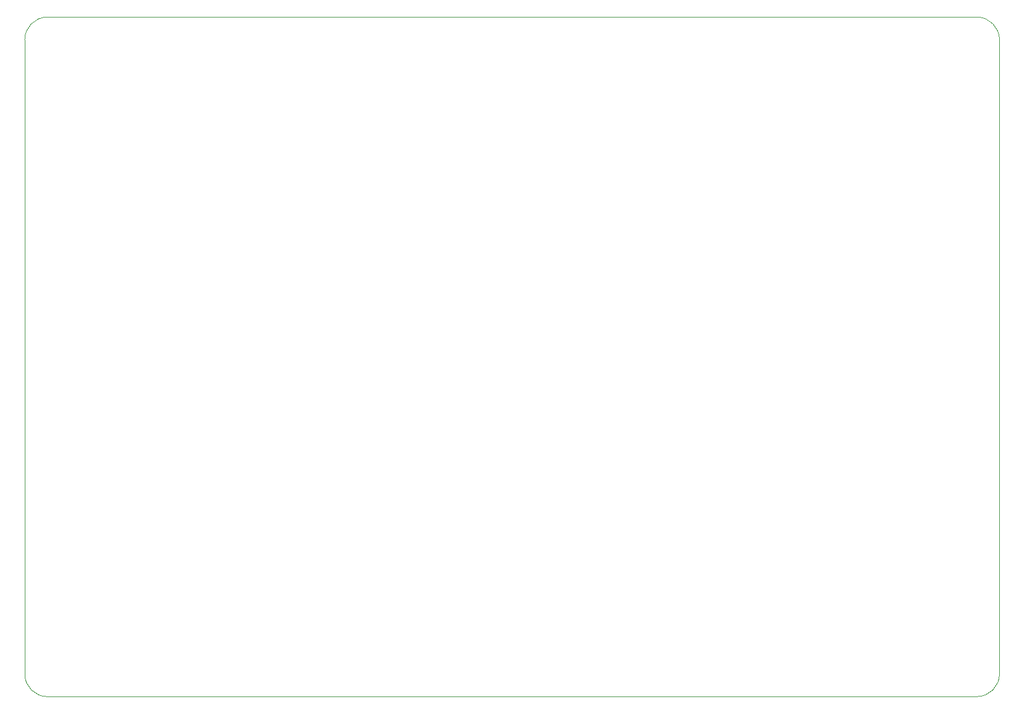
<source format=gm1>
G04 #@! TF.GenerationSoftware,KiCad,Pcbnew,6.0.6-3a73a75311~116~ubuntu22.04.1*
G04 #@! TF.CreationDate,2022-09-02T17:28:34-07:00*
G04 #@! TF.ProjectId,thrusterV3,74687275-7374-4657-9256-332e6b696361,rev?*
G04 #@! TF.SameCoordinates,Original*
G04 #@! TF.FileFunction,Profile,NP*
%FSLAX46Y46*%
G04 Gerber Fmt 4.6, Leading zero omitted, Abs format (unit mm)*
G04 Created by KiCad (PCBNEW 6.0.6-3a73a75311~116~ubuntu22.04.1) date 2022-09-02 17:28:34*
%MOMM*%
%LPD*%
G01*
G04 APERTURE LIST*
G04 #@! TA.AperFunction,Profile*
%ADD10C,0.100000*%
G04 #@! TD*
G04 APERTURE END LIST*
D10*
X193675000Y-146050000D02*
G75*
G03*
X196850000Y-142875000I0J3175000D01*
G01*
X60325000Y-142875000D02*
X60325000Y-53975000D01*
X63500000Y-50800000D02*
G75*
G03*
X60325000Y-53975000I0J-3175000D01*
G01*
X193675000Y-146050000D02*
X63500000Y-146050000D01*
X196850000Y-53975000D02*
G75*
G03*
X193675000Y-50800000I-3175000J0D01*
G01*
X63500000Y-50800000D02*
X193675000Y-50800000D01*
X196850000Y-53975000D02*
X196850000Y-142875000D01*
X60325000Y-142875000D02*
G75*
G03*
X63500000Y-146050000I3175000J0D01*
G01*
M02*

</source>
